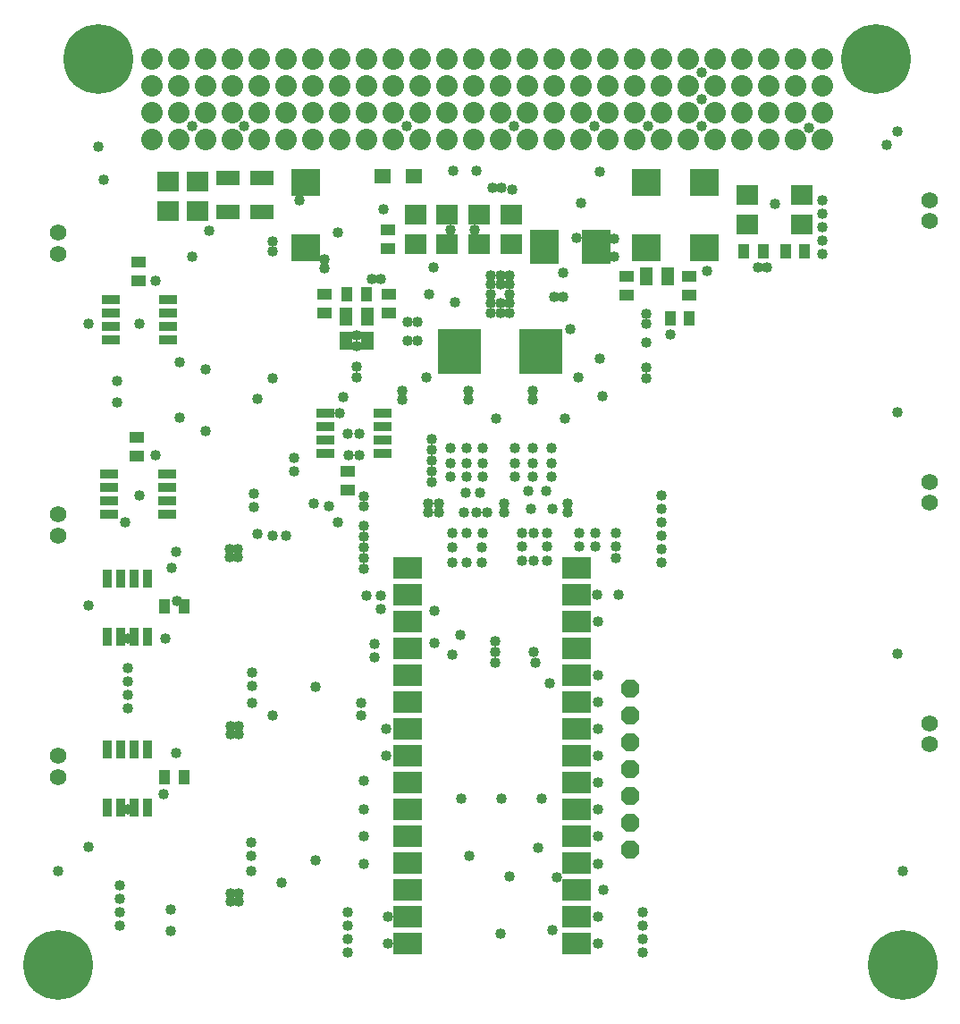
<source format=gbr>
G04 EAGLE Gerber RS-274X export*
G75*
%MOMM*%
%FSLAX34Y34*%
%LPD*%
%INSoldermask Bottom*%
%IPPOS*%
%AMOC8*
5,1,8,0,0,1.08239X$1,22.5*%
G01*
%ADD10R,2.054000X1.854000*%
%ADD11R,1.054000X1.454000*%
%ADD12R,2.254000X1.454000*%
%ADD13R,2.704000X2.604000*%
%ADD14R,1.454000X1.054000*%
%ADD15C,6.604000*%
%ADD16C,2.032000*%
%ADD17C,1.562000*%
%ADD18R,4.104000X4.254000*%
%ADD19R,2.754000X3.254000*%
%ADD20R,1.204000X1.704000*%
%ADD21R,2.794000X2.159000*%
%ADD22R,1.494000X1.374000*%
%ADD23R,1.778000X0.863600*%
%ADD24R,0.863600X1.778000*%
%ADD25P,1.907171X8X112.500000*%
%ADD26C,1.016000*%


D10*
X755650Y751810D03*
X755650Y779810D03*
D11*
X718930Y726440D03*
X700930Y726440D03*
X740300Y726440D03*
X758300Y726440D03*
D10*
X154940Y764510D03*
X154940Y792510D03*
X182880Y764510D03*
X182880Y792510D03*
D12*
X212090Y763780D03*
X212090Y795780D03*
X243840Y763780D03*
X243840Y795780D03*
D13*
X608330Y729730D03*
X608330Y791730D03*
X662940Y729730D03*
X662940Y791730D03*
D10*
X389890Y732760D03*
X389890Y760760D03*
X419100Y732760D03*
X419100Y760760D03*
X449580Y732760D03*
X449580Y760760D03*
X480060Y732760D03*
X480060Y760760D03*
D11*
X325010Y685800D03*
X343010Y685800D03*
X631080Y662940D03*
X649080Y662940D03*
D14*
X363220Y728870D03*
X363220Y746870D03*
D13*
X285750Y729730D03*
X285750Y791730D03*
D10*
X703580Y751810D03*
X703580Y779810D03*
D15*
X50800Y50800D03*
X850900Y50800D03*
X825500Y908050D03*
X88900Y908050D03*
D16*
X774700Y908050D03*
X774700Y882650D03*
X139700Y908050D03*
X139700Y882650D03*
X749300Y908050D03*
X749300Y882650D03*
X723900Y908050D03*
X723900Y882650D03*
X698500Y908050D03*
X698500Y882650D03*
X673100Y908050D03*
X673100Y882650D03*
X647700Y908050D03*
X647700Y882650D03*
X622300Y908050D03*
X622300Y882650D03*
X596900Y908050D03*
X596900Y882650D03*
X571500Y908050D03*
X571500Y882650D03*
X546100Y908050D03*
X546100Y882650D03*
X520700Y908050D03*
X520700Y882650D03*
X495300Y908050D03*
X495300Y882650D03*
X469900Y908050D03*
X469900Y882650D03*
X444500Y908050D03*
X444500Y882650D03*
X419100Y908050D03*
X419100Y882650D03*
X393700Y908050D03*
X393700Y882650D03*
X368300Y908050D03*
X368300Y882650D03*
X342900Y908050D03*
X342900Y882650D03*
X317500Y908050D03*
X317500Y882650D03*
X292100Y908050D03*
X292100Y882650D03*
X266700Y908050D03*
X266700Y882650D03*
X241300Y908050D03*
X241300Y882650D03*
X215900Y908050D03*
X215900Y882650D03*
X190500Y908050D03*
X190500Y882650D03*
X165100Y908050D03*
X165100Y882650D03*
X774700Y857250D03*
X774700Y832231D03*
X139700Y857250D03*
X139700Y831850D03*
X749300Y857250D03*
X749300Y832231D03*
X723900Y857250D03*
X723900Y832231D03*
X698500Y857250D03*
X698500Y832231D03*
X673100Y857250D03*
X673100Y832231D03*
X647700Y857250D03*
X647700Y832231D03*
X622300Y857250D03*
X622300Y832231D03*
X596900Y857250D03*
X596900Y832231D03*
X571500Y857250D03*
X571500Y832231D03*
X546100Y857250D03*
X546100Y832231D03*
X520700Y857250D03*
X520700Y832231D03*
X495300Y857250D03*
X495300Y832231D03*
X469900Y857250D03*
X469900Y832231D03*
X444500Y857250D03*
X444500Y832231D03*
X419100Y857250D03*
X419100Y832231D03*
X393700Y857250D03*
X393700Y832231D03*
X368300Y857250D03*
X368300Y832231D03*
X342900Y857250D03*
X342900Y832231D03*
X317500Y857250D03*
X317500Y832231D03*
X292100Y857250D03*
X292100Y832231D03*
X266700Y857250D03*
X266700Y832231D03*
X241300Y857250D03*
X241300Y832231D03*
X215900Y857250D03*
X215900Y832231D03*
X190500Y857250D03*
X190500Y832231D03*
X165100Y857250D03*
X165100Y832231D03*
D17*
X50800Y723900D03*
X50800Y743966D03*
X50800Y457200D03*
X50800Y477266D03*
X50800Y228600D03*
X50800Y248666D03*
X876300Y279400D03*
X876300Y259334D03*
X876300Y508000D03*
X876300Y487934D03*
X876300Y774700D03*
X876300Y754634D03*
D18*
X431650Y631190D03*
X508150Y631190D03*
D19*
X511440Y730250D03*
X560440Y730250D03*
D14*
X303530Y685910D03*
X303530Y667910D03*
X364490Y667910D03*
X364490Y685910D03*
X648970Y684420D03*
X648970Y702420D03*
X589280Y684420D03*
X589280Y702420D03*
D20*
X628490Y702310D03*
X608490Y702310D03*
X324010Y641350D03*
X344010Y641350D03*
X324010Y664210D03*
X344010Y664210D03*
D21*
X542290Y426720D03*
X542290Y401320D03*
X542290Y375920D03*
X542290Y350520D03*
X542290Y325120D03*
X542290Y299720D03*
X542290Y274320D03*
X542290Y248920D03*
X542290Y223520D03*
X542290Y198120D03*
X542290Y172720D03*
X542290Y147320D03*
X542290Y121920D03*
X542290Y96520D03*
X542290Y71120D03*
X382270Y71120D03*
X382270Y96520D03*
X382270Y121920D03*
X382270Y147320D03*
X382270Y172720D03*
X382270Y198120D03*
X382270Y223520D03*
X382270Y248920D03*
X382270Y274320D03*
X382270Y299720D03*
X382270Y325120D03*
X382270Y350520D03*
X382270Y375920D03*
X382270Y401320D03*
X382270Y426720D03*
D22*
X358480Y797560D03*
X388280Y797560D03*
D23*
X155702Y680720D03*
X100838Y680720D03*
X155702Y668020D03*
X155702Y655320D03*
X100838Y668020D03*
X100838Y655320D03*
X155702Y642620D03*
X100838Y642620D03*
D14*
X127000Y698390D03*
X127000Y716390D03*
D23*
X154432Y515620D03*
X99568Y515620D03*
X154432Y502920D03*
X154432Y490220D03*
X99568Y502920D03*
X99568Y490220D03*
X154432Y477520D03*
X99568Y477520D03*
D14*
X125730Y532020D03*
X125730Y550020D03*
D24*
X135890Y361188D03*
X135890Y416052D03*
X123190Y361188D03*
X110490Y361188D03*
X123190Y416052D03*
X110490Y416052D03*
X97790Y361188D03*
X97790Y416052D03*
D11*
X152290Y389890D03*
X170290Y389890D03*
D24*
X135890Y199898D03*
X135890Y254762D03*
X123190Y199898D03*
X110490Y199898D03*
X123190Y254762D03*
X110490Y254762D03*
X97790Y199898D03*
X97790Y254762D03*
D11*
X152290Y228600D03*
X170290Y228600D03*
D23*
X304038Y534670D03*
X358902Y534670D03*
X304038Y547370D03*
X304038Y560070D03*
X358902Y547370D03*
X358902Y560070D03*
X304038Y572770D03*
X358902Y572770D03*
D14*
X325120Y518270D03*
X325120Y500270D03*
D25*
X593090Y160020D03*
X593090Y185420D03*
X593090Y210820D03*
X593090Y236220D03*
X593090Y261620D03*
X593090Y287020D03*
X593090Y312420D03*
D26*
X447040Y802640D03*
X529590Y706120D03*
X445770Y746760D03*
X478790Y668020D03*
X469900Y668020D03*
X461010Y668020D03*
X469900Y676910D03*
X478790Y676910D03*
X461010Y676910D03*
X461010Y685800D03*
X478790Y685800D03*
X478790Y694690D03*
X469900Y694690D03*
X461010Y694690D03*
X461010Y703580D03*
X469900Y703580D03*
X478790Y703580D03*
X535940Y652780D03*
X563880Y624840D03*
X543560Y607060D03*
X400050Y607060D03*
X334010Y636270D03*
X334010Y646430D03*
X426720Y678180D03*
X402590Y685800D03*
X359410Y765810D03*
X406400Y711200D03*
X530860Y567690D03*
X466090Y567690D03*
X401320Y487680D03*
X401320Y478790D03*
X660400Y895350D03*
X660400Y869950D03*
X660400Y844550D03*
X558800Y844550D03*
X279400Y774700D03*
X227330Y844550D03*
X177800Y844550D03*
X381000Y844550D03*
X482600Y844550D03*
X609600Y844550D03*
X762000Y843280D03*
X93980Y793750D03*
X106680Y603250D03*
X106680Y582930D03*
X730250Y770890D03*
X50800Y139700D03*
X850900Y139700D03*
X835660Y826770D03*
X88900Y825500D03*
X350520Y354330D03*
X350520Y341630D03*
X774700Y774700D03*
X774700Y762000D03*
X774700Y749300D03*
X774700Y736600D03*
X774700Y723900D03*
X622300Y495300D03*
X622300Y482600D03*
X622300Y469900D03*
X622300Y457200D03*
X622300Y444500D03*
X622300Y431800D03*
X424180Y344170D03*
X505460Y161290D03*
X469900Y80010D03*
X519430Y83820D03*
X502920Y336550D03*
X213360Y444500D03*
X220980Y444500D03*
X220980Y436880D03*
X213360Y436880D03*
X214630Y276860D03*
X222250Y276860D03*
X214630Y269240D03*
X222250Y269240D03*
X214630Y118110D03*
X222250Y118110D03*
X214630Y110490D03*
X222250Y110490D03*
X162560Y441960D03*
X158750Y426720D03*
X163830Y394970D03*
X162560Y251460D03*
X109220Y125730D03*
X109220Y113030D03*
X109220Y100330D03*
X109220Y87630D03*
X325120Y100330D03*
X325120Y87630D03*
X325120Y74930D03*
X325120Y62230D03*
X604520Y100330D03*
X604520Y87630D03*
X604520Y74930D03*
X604520Y62230D03*
X116840Y331470D03*
X116840Y318770D03*
X116840Y306070D03*
X116840Y293370D03*
X233680Y166370D03*
X233680Y153670D03*
X234950Y327660D03*
X234950Y314960D03*
X236220Y496570D03*
X236220Y483870D03*
X274320Y530860D03*
X274320Y518160D03*
X157480Y102870D03*
X157480Y82550D03*
X166370Y621030D03*
X342900Y400050D03*
X356870Y400050D03*
X356870Y387350D03*
X546100Y772160D03*
X563880Y801370D03*
X425450Y802640D03*
X481330Y784860D03*
X542290Y739140D03*
X608330Y605790D03*
X608330Y615950D03*
X533400Y487680D03*
X533400Y478790D03*
X473710Y487680D03*
X473710Y478790D03*
X500380Y585470D03*
X500380Y594360D03*
X608330Y657860D03*
X608330Y666750D03*
X377190Y594360D03*
X340360Y425450D03*
X340360Y435610D03*
X340360Y445770D03*
X340360Y455930D03*
X340360Y466090D03*
X405130Y508000D03*
X405130Y518160D03*
X405130Y528320D03*
X405130Y538480D03*
X405130Y548640D03*
X457200Y478790D03*
X447040Y478790D03*
X435610Y478790D03*
X450850Y497840D03*
X436880Y497840D03*
X453390Y513080D03*
X438150Y513080D03*
X422910Y513080D03*
X422910Y525780D03*
X438150Y525780D03*
X453390Y525780D03*
X453390Y539750D03*
X438150Y539750D03*
X422910Y539750D03*
X377190Y585470D03*
X439420Y585470D03*
X439420Y594360D03*
X340360Y485140D03*
X340360Y494030D03*
X334010Y607060D03*
X334010Y617220D03*
X411480Y487680D03*
X411480Y478790D03*
X608330Y640080D03*
X566420Y589280D03*
X513080Y499110D03*
X496570Y499110D03*
X519430Y482600D03*
X499110Y482600D03*
X518160Y513080D03*
X500380Y513080D03*
X483870Y513080D03*
X483870Y525780D03*
X500380Y525780D03*
X518160Y525780D03*
X518160Y539750D03*
X500380Y539750D03*
X483870Y539750D03*
X316230Y744220D03*
X422910Y746760D03*
X665480Y707390D03*
X347980Y699770D03*
X356870Y699770D03*
X391160Y641350D03*
X382270Y641350D03*
X424180Y459740D03*
X438150Y459740D03*
X453390Y459740D03*
X424180Y445770D03*
X452120Y445770D03*
X452120Y431800D03*
X438150Y431800D03*
X424180Y431800D03*
X321310Y588010D03*
X382270Y659130D03*
X391160Y659130D03*
X462280Y786130D03*
X471170Y786130D03*
X303530Y718820D03*
X303530Y709930D03*
X631190Y647700D03*
X845820Y839470D03*
X845820Y574040D03*
X845820Y345440D03*
X80010Y162560D03*
X80010Y391160D03*
X80010Y657860D03*
X520700Y683260D03*
X529590Y683260D03*
X577850Y721360D03*
X490220Y459740D03*
X501650Y459740D03*
X514350Y459740D03*
X490220Y447040D03*
X514350Y447040D03*
X490220Y433070D03*
X501650Y433070D03*
X514350Y433070D03*
X544830Y459740D03*
X560070Y459740D03*
X579120Y459740D03*
X579120Y447040D03*
X579120Y435610D03*
X560070Y447040D03*
X544830Y447040D03*
X577850Y737870D03*
X254000Y735330D03*
X254000Y726440D03*
X325120Y553720D03*
X336550Y553720D03*
X478790Y134620D03*
X254000Y457200D03*
X266700Y457200D03*
X254000Y287020D03*
X262890Y128270D03*
X254000Y605790D03*
X307340Y485140D03*
X116840Y198120D03*
X294640Y149860D03*
X151130Y212090D03*
X143510Y698500D03*
X114300Y469900D03*
X713740Y711200D03*
X722630Y711200D03*
X326390Y533400D03*
X336550Y533400D03*
X152400Y359410D03*
X177800Y721360D03*
X143510Y533400D03*
X464820Y346710D03*
X464820Y356870D03*
X294640Y313690D03*
X293370Y487680D03*
X116840Y359410D03*
X128270Y495300D03*
X128270Y657860D03*
X337820Y287020D03*
X561340Y401320D03*
X581660Y401320D03*
X562610Y375920D03*
X523240Y133350D03*
X240030Y586740D03*
X562610Y325120D03*
X431800Y363220D03*
X361950Y248920D03*
X407670Y386080D03*
X501650Y346710D03*
X361950Y274320D03*
X407670Y355600D03*
X464820Y336550D03*
X363220Y96520D03*
X471170Y208280D03*
X440690Y153670D03*
X516890Y317500D03*
X194310Y745490D03*
X562610Y248920D03*
X340360Y224790D03*
X562610Y223520D03*
X340360Y198120D03*
X562610Y198120D03*
X340360Y172720D03*
X562610Y146050D03*
X340360Y146050D03*
X562610Y299720D03*
X316230Y469900D03*
X317500Y572770D03*
X562610Y274320D03*
X337820Y298450D03*
X240030Y458470D03*
X363220Y71120D03*
X562610Y71120D03*
X562610Y96520D03*
X562610Y172720D03*
X433070Y208280D03*
X509270Y208280D03*
X567690Y121920D03*
X234950Y298450D03*
X233680Y139700D03*
X166370Y568960D03*
X190500Y556260D03*
X190500Y614680D03*
M02*

</source>
